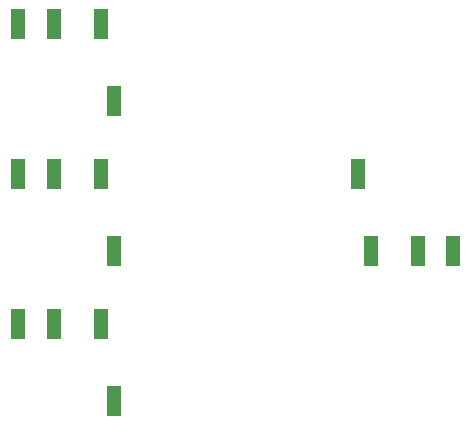
<source format=gbr>
%TF.GenerationSoftware,KiCad,Pcbnew,(6.0.5)*%
%TF.CreationDate,2022-06-29T19:51:02+08:00*%
%TF.ProjectId,audioswitch,61756469-6f73-4776-9974-63682e6b6963,rev?*%
%TF.SameCoordinates,Original*%
%TF.FileFunction,Paste,Top*%
%TF.FilePolarity,Positive*%
%FSLAX46Y46*%
G04 Gerber Fmt 4.6, Leading zero omitted, Abs format (unit mm)*
G04 Created by KiCad (PCBNEW (6.0.5)) date 2022-06-29 19:51:02*
%MOMM*%
%LPD*%
G01*
G04 APERTURE LIST*
%ADD10R,1.200000X2.500000*%
G04 APERTURE END LIST*
D10*
%TO.C,EARPHONE OUT*%
X142065000Y-95810000D03*
X139065000Y-95810000D03*
X147165000Y-102310000D03*
X146065000Y-95810000D03*
%TD*%
%TO.C,MIC IN*%
X142065000Y-83110000D03*
X139065000Y-83110000D03*
X147165000Y-89610000D03*
X146065000Y-83110000D03*
%TD*%
%TO.C,HEADSET OUT*%
X142065000Y-108510000D03*
X139065000Y-108510000D03*
X147165000Y-115010000D03*
X146065000Y-108510000D03*
%TD*%
%TO.C,I/O*%
X172895000Y-102310000D03*
X175895000Y-102310000D03*
X167795000Y-95810000D03*
X168895000Y-102310000D03*
%TD*%
M02*

</source>
